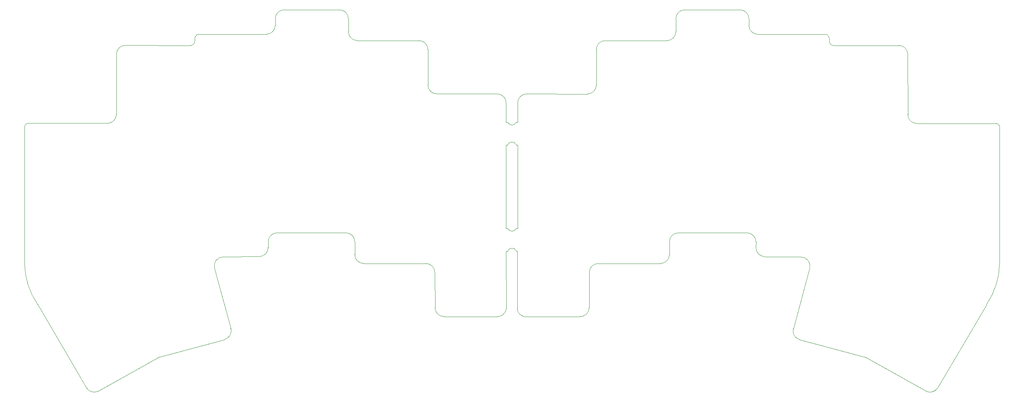
<source format=gbr>
%TF.GenerationSoftware,KiCad,Pcbnew,9.0.2*%
%TF.CreationDate,2025-05-16T23:43:09+01:00*%
%TF.ProjectId,my_sweepv2,6d795f73-7765-4657-9076-322e6b696361,rev?*%
%TF.SameCoordinates,Original*%
%TF.FileFunction,Profile,NP*%
%FSLAX46Y46*%
G04 Gerber Fmt 4.6, Leading zero omitted, Abs format (unit mm)*
G04 Created by KiCad (PCBNEW 9.0.2) date 2025-05-16 23:43:09*
%MOMM*%
%LPD*%
G01*
G04 APERTURE LIST*
%TA.AperFunction,Profile*%
%ADD10C,0.050000*%
%TD*%
G04 APERTURE END LIST*
D10*
X165109592Y-29334733D02*
X151257943Y-29324974D01*
X112975231Y-81419697D02*
X112975304Y-81419697D01*
X194944973Y-96540210D02*
X209526828Y-100471456D01*
X113024771Y-89389687D02*
X113024696Y-89389687D01*
X147269148Y-41323538D02*
X147269148Y-41323573D01*
X147661516Y-89405686D02*
G75*
G02*
X145663367Y-91393254I-1999916J12386D01*
G01*
X129371047Y-52759427D02*
X128981545Y-52759427D01*
X131593545Y-47679427D02*
X131276042Y-47679427D01*
X39416897Y-47922307D02*
X21525487Y-47919682D01*
X128981545Y-52759427D02*
X128981545Y-71555427D01*
X149269746Y-31324992D02*
G75*
G02*
X151257943Y-29324982I2000154J-108D01*
G01*
X181562300Y-22406366D02*
X169120452Y-22406366D01*
X111416466Y-31309093D02*
X111416466Y-39322558D01*
X131593545Y-71555427D02*
X131276043Y-71555427D01*
X221269393Y-47938197D02*
G75*
G02*
X219268962Y-45922628I-293J2000197D01*
G01*
X239904746Y-65807573D02*
X239916746Y-73173573D01*
X77125791Y-25886403D02*
G75*
G02*
X75125479Y-27888893I-1999891J-2597D01*
G01*
X133124069Y-91404692D02*
G75*
G02*
X131499812Y-89652370I381431J1982492D01*
G01*
X200639390Y-27901603D02*
X185560921Y-27904776D01*
X77125791Y-25886403D02*
X77123858Y-24393081D01*
X131602069Y-43320572D02*
G75*
G02*
X133565308Y-41319116I2000531J1272D01*
G01*
X113416600Y-41307683D02*
X126999900Y-41307683D01*
X65387900Y-77964750D02*
X65387900Y-77964703D01*
X149269746Y-39323692D02*
G75*
G02*
X147269148Y-41323546I-1999846J-8D01*
G01*
X167706114Y-72560408D02*
X183153500Y-72560408D01*
X59043552Y-29437179D02*
X59046664Y-28880106D01*
X75540655Y-75870644D02*
G75*
G02*
X73552314Y-77882658I-1999955J-12056D01*
G01*
X217258440Y-30409002D02*
X202645130Y-30447438D01*
X202645130Y-30447438D02*
G75*
G02*
X201642673Y-29453027I-2630J999838D01*
G01*
X128999873Y-43331054D02*
X128981545Y-47679427D01*
X128981545Y-76635427D02*
X129037746Y-89552688D01*
X201642660Y-29453027D02*
X201639509Y-28888935D01*
X20781466Y-48669692D02*
X20781466Y-65791683D01*
X197208832Y-80502655D02*
X197208910Y-80502676D01*
X131602069Y-43320572D02*
X131593545Y-47679427D01*
X209989109Y-100660650D02*
X223427928Y-108195016D01*
X217258440Y-30409002D02*
G75*
G02*
X219263605Y-32408211I5260J-1999898D01*
G01*
X41422555Y-32392268D02*
G75*
G02*
X43427760Y-30393112I1999945J-782D01*
G01*
X37258056Y-108179254D02*
G75*
G02*
X34746150Y-107456335I-849556J1773554D01*
G01*
X239904719Y-48685592D02*
X239904746Y-48685592D01*
X167136118Y-24401500D02*
X167128931Y-27339684D01*
X60046858Y-27885713D02*
X75125479Y-27888886D01*
X93550114Y-24393600D02*
X93557312Y-27336174D01*
X165700814Y-77442345D02*
X165692980Y-74565939D01*
X167128931Y-27339684D02*
G75*
G02*
X165109592Y-29334744I-2000031J4884D01*
G01*
X200639390Y-27901603D02*
G75*
G02*
X201639517Y-28888935I210J-999997D01*
G01*
X63477310Y-80486814D02*
G75*
G02*
X65387900Y-77964754I1930630J522164D01*
G01*
X239916746Y-73173573D02*
X239904747Y-79311205D01*
X91550100Y-22390476D02*
G75*
G02*
X93550122Y-24393600I0J-2000024D01*
G01*
X197208910Y-80502676D02*
X193534889Y-94086908D01*
X115022889Y-91377359D02*
G75*
G02*
X113024778Y-89389687I1811J1999959D01*
G01*
X131276042Y-47679427D02*
G75*
G02*
X129370958Y-47679427I-952542J381064D01*
G01*
X187125401Y-77898454D02*
G75*
G02*
X185145582Y-75886507I20099J1999854D01*
G01*
X127001968Y-91388804D02*
X115022889Y-91377359D01*
X239904746Y-48685592D02*
X239904746Y-65807573D01*
X131530045Y-76635427D02*
X131275953Y-76635427D01*
X129371047Y-52759427D02*
G75*
G02*
X131275953Y-52759427I952453J-380931D01*
G01*
X92993300Y-72544518D02*
X77522903Y-72544518D01*
X221269393Y-47938197D02*
X239154590Y-47935573D01*
X96985500Y-79432023D02*
G75*
G02*
X94985430Y-77417280I0J2000123D01*
G01*
X219268956Y-45922628D02*
X219263657Y-32408211D01*
X95558809Y-29318856D02*
X109415091Y-29309093D01*
X50701860Y-100642093D02*
G75*
G02*
X51159276Y-100455585I978040J-1744507D01*
G01*
X113416600Y-41307683D02*
G75*
G02*
X111416474Y-39322558I0J2000183D01*
G01*
X131530045Y-76635427D02*
X131499805Y-89652371D01*
X131593545Y-52759427D02*
X131275952Y-52759427D01*
X183562324Y-24408981D02*
X183562354Y-24408981D01*
X195298398Y-77980594D02*
G75*
G02*
X197208814Y-80502650I-20098J-1999806D01*
G01*
X126999900Y-41307683D02*
G75*
G02*
X128999882Y-43331054I0J-2000117D01*
G01*
X23712686Y-88639787D02*
G75*
G02*
X20781468Y-79294960I13842614J9474187D01*
G01*
X59046664Y-28880106D02*
G75*
G02*
X60046858Y-27885748I999936J-5594D01*
G01*
X73552314Y-77882649D02*
X65387900Y-77964703D01*
X110975300Y-79432023D02*
X96985500Y-79432023D01*
X94985423Y-77417280D02*
X94993232Y-74549965D01*
X50701860Y-100642093D02*
X37258056Y-108179254D01*
X183560421Y-25902103D02*
X183562354Y-24408981D01*
X129371059Y-76635427D02*
X128981545Y-76635427D01*
X239904747Y-79311205D02*
G75*
G02*
X236973701Y-88655321I-16773447J129705D01*
G01*
X20781466Y-65791683D02*
X20769466Y-73157683D01*
X236973724Y-88655337D02*
X225939769Y-107472799D01*
X63477310Y-80486814D02*
X67151320Y-94071005D01*
X131593545Y-52759427D02*
X131593545Y-71555427D01*
X23712686Y-88639787D02*
X34746118Y-107456355D01*
X95558809Y-29318856D02*
G75*
G02*
X93557320Y-27336174I-1409J2000156D01*
G01*
X79134483Y-22390476D02*
X91550100Y-22390476D01*
X149269746Y-31324992D02*
X149269746Y-39323692D01*
X194944973Y-96540210D02*
G75*
G02*
X193534911Y-94086913I520627J1931110D01*
G01*
X165692980Y-74565939D02*
G75*
G02*
X167706114Y-72560415I2000120J5439D01*
G01*
X20769466Y-73157683D02*
X20781465Y-79294960D01*
X129370957Y-47679427D02*
X128981545Y-47679427D01*
X209526828Y-100471456D02*
G75*
G02*
X209989110Y-100660648I-520928J-1932244D01*
G01*
X147269148Y-41323573D02*
X133565308Y-41319106D01*
X75532739Y-74556540D02*
G75*
G02*
X77522903Y-72544527I1999961J12040D01*
G01*
X129371059Y-76635427D02*
G75*
G02*
X131275953Y-76635427I952447J-380923D01*
G01*
X129037746Y-89552688D02*
G75*
G02*
X127001968Y-91388802I-1977846J146288D01*
G01*
X129370958Y-71555427D02*
X128981545Y-71555427D01*
X187125401Y-77898454D02*
X195298398Y-77980594D01*
X77123858Y-24393081D02*
G75*
G02*
X79134483Y-22390484I2000042J2581D01*
G01*
X147661516Y-89405686D02*
X147710908Y-81435498D01*
X41417250Y-45923036D02*
G75*
G02*
X39416897Y-47922300I-2000050J786D01*
G01*
X185153473Y-74572456D02*
X185145557Y-75886507D01*
X225939769Y-107472799D02*
G75*
G02*
X223427910Y-108195053I-1661969J1050999D01*
G01*
X167136118Y-24401500D02*
G75*
G02*
X169120452Y-22406375I2000182J-5000D01*
G01*
X65735437Y-96525884D02*
X51159279Y-100455595D01*
X165700814Y-77442345D02*
G75*
G02*
X163700700Y-79447921I-2000114J-5455D01*
G01*
X185560921Y-27904776D02*
G75*
G02*
X183560426Y-25902103I-421J2000076D01*
G01*
X147710908Y-81435498D02*
G75*
G02*
X149710870Y-79447970I1999892J-12402D01*
G01*
X20781466Y-48669692D02*
G75*
G02*
X21525487Y-47919690I750034J-8D01*
G01*
X109415091Y-29309093D02*
G75*
G02*
X111416407Y-31309093I1409J-1999907D01*
G01*
X67151320Y-94071005D02*
G75*
G02*
X65735440Y-96525894I-1930720J-522195D01*
G01*
X110975300Y-79432023D02*
G75*
G02*
X112975239Y-81419697I0J-1999977D01*
G01*
X133124069Y-91404692D02*
X145663367Y-91393249D01*
X43427760Y-30393112D02*
X58044969Y-30431559D01*
X113024696Y-89389687D02*
X112975304Y-81419697D01*
X181562300Y-22406366D02*
G75*
G02*
X183562332Y-24408981I0J-2000034D01*
G01*
X193534902Y-94086911D02*
X193534889Y-94086908D01*
X39416897Y-47922302D02*
X39416897Y-47922307D01*
X92993300Y-72544518D02*
G75*
G02*
X94993174Y-74549965I0J-1999882D01*
G01*
X41417250Y-45923036D02*
X41422555Y-32392268D01*
X131276043Y-71555427D02*
G75*
G02*
X129370959Y-71555427I-952542J381064D01*
G01*
X59043552Y-29437179D02*
G75*
G02*
X58044969Y-30431567I-999952J5579D01*
G01*
X75532739Y-74556540D02*
X75540655Y-75870644D01*
X239154590Y-47935573D02*
G75*
G02*
X239904727Y-48685592I110J-750027D01*
G01*
X149710870Y-79447913D02*
X163700700Y-79447913D01*
X183153500Y-72560408D02*
G75*
G02*
X185153456Y-74572456I0J-1999992D01*
G01*
M02*

</source>
